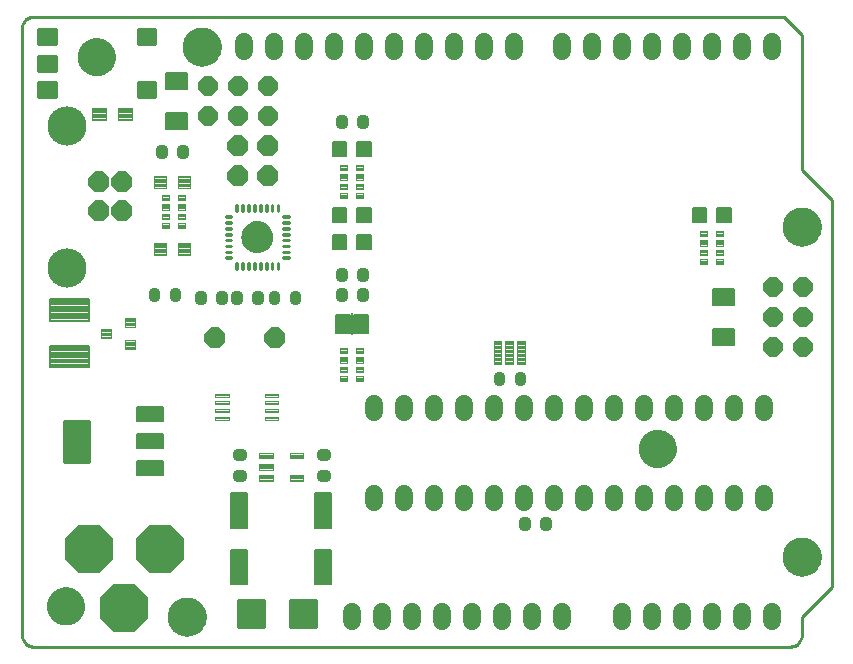
<source format=gts>
G75*
%MOIN*%
%OFA0B0*%
%FSLAX24Y24*%
%IPPOS*%
%LPD*%
%AMOC8*
5,1,8,0,0,1.08239X$1,22.5*
%
%ADD10C,0.0100*%
%ADD11C,0.0000*%
%ADD12C,0.1300*%
%ADD13C,0.0600*%
%ADD14OC8,0.0650*%
%ADD15C,0.0311*%
%ADD16C,0.0059*%
%ADD17C,0.0051*%
%ADD18C,0.0098*%
%ADD19OC8,0.1615*%
%ADD20C,0.0808*%
%ADD21C,0.0860*%
%ADD22C,0.0440*%
%ADD23OC8,0.0700*%
%ADD24C,0.1306*%
%ADD25C,0.0052*%
%ADD26C,0.0091*%
%ADD27C,0.0079*%
%ADD28C,0.0044*%
%ADD29C,0.0104*%
%ADD30C,0.0050*%
%ADD31C,0.0043*%
%ADD32R,0.0060X0.0720*%
%ADD33C,0.0043*%
%ADD34C,0.0047*%
%ADD35C,0.0089*%
%ADD36C,0.0045*%
%ADD37C,0.0043*%
D10*
X008844Y009700D02*
X034056Y009700D01*
X034095Y009702D01*
X034133Y009708D01*
X034170Y009717D01*
X034207Y009730D01*
X034242Y009747D01*
X034275Y009766D01*
X034306Y009789D01*
X034335Y009815D01*
X034361Y009844D01*
X034384Y009875D01*
X034403Y009908D01*
X034420Y009943D01*
X034433Y009980D01*
X034442Y010017D01*
X034448Y010055D01*
X034450Y010094D01*
X034450Y010700D01*
X035450Y011700D01*
X035450Y024600D01*
X034450Y025600D01*
X034450Y030100D01*
X033850Y030700D01*
X008844Y030700D01*
X008805Y030698D01*
X008767Y030692D01*
X008730Y030683D01*
X008693Y030670D01*
X008658Y030653D01*
X008625Y030634D01*
X008594Y030611D01*
X008565Y030585D01*
X008539Y030556D01*
X008516Y030525D01*
X008497Y030492D01*
X008480Y030457D01*
X008467Y030420D01*
X008458Y030383D01*
X008452Y030345D01*
X008450Y030306D01*
X008450Y010094D01*
X008452Y010055D01*
X008458Y010017D01*
X008467Y009980D01*
X008480Y009943D01*
X008497Y009908D01*
X008516Y009875D01*
X008539Y009844D01*
X008565Y009815D01*
X008594Y009789D01*
X008625Y009766D01*
X008658Y009747D01*
X008693Y009730D01*
X008730Y009717D01*
X008767Y009708D01*
X008805Y009702D01*
X008844Y009700D01*
D11*
X013320Y010700D02*
X013322Y010750D01*
X013328Y010800D01*
X013338Y010849D01*
X013352Y010897D01*
X013369Y010944D01*
X013390Y010989D01*
X013415Y011033D01*
X013443Y011074D01*
X013475Y011113D01*
X013509Y011150D01*
X013546Y011184D01*
X013586Y011214D01*
X013628Y011241D01*
X013672Y011265D01*
X013718Y011286D01*
X013765Y011302D01*
X013813Y011315D01*
X013863Y011324D01*
X013912Y011329D01*
X013963Y011330D01*
X014013Y011327D01*
X014062Y011320D01*
X014111Y011309D01*
X014159Y011294D01*
X014205Y011276D01*
X014250Y011254D01*
X014293Y011228D01*
X014334Y011199D01*
X014373Y011167D01*
X014409Y011132D01*
X014441Y011094D01*
X014471Y011054D01*
X014498Y011011D01*
X014521Y010967D01*
X014540Y010921D01*
X014556Y010873D01*
X014568Y010824D01*
X014576Y010775D01*
X014580Y010725D01*
X014580Y010675D01*
X014576Y010625D01*
X014568Y010576D01*
X014556Y010527D01*
X014540Y010479D01*
X014521Y010433D01*
X014498Y010389D01*
X014471Y010346D01*
X014441Y010306D01*
X014409Y010268D01*
X014373Y010233D01*
X014334Y010201D01*
X014293Y010172D01*
X014250Y010146D01*
X014205Y010124D01*
X014159Y010106D01*
X014111Y010091D01*
X014062Y010080D01*
X014013Y010073D01*
X013963Y010070D01*
X013912Y010071D01*
X013863Y010076D01*
X013813Y010085D01*
X013765Y010098D01*
X013718Y010114D01*
X013672Y010135D01*
X013628Y010159D01*
X013586Y010186D01*
X013546Y010216D01*
X013509Y010250D01*
X013475Y010287D01*
X013443Y010326D01*
X013415Y010367D01*
X013390Y010411D01*
X013369Y010456D01*
X013352Y010503D01*
X013338Y010551D01*
X013328Y010600D01*
X013322Y010650D01*
X013320Y010700D01*
X033820Y012700D02*
X033822Y012750D01*
X033828Y012800D01*
X033838Y012849D01*
X033852Y012897D01*
X033869Y012944D01*
X033890Y012989D01*
X033915Y013033D01*
X033943Y013074D01*
X033975Y013113D01*
X034009Y013150D01*
X034046Y013184D01*
X034086Y013214D01*
X034128Y013241D01*
X034172Y013265D01*
X034218Y013286D01*
X034265Y013302D01*
X034313Y013315D01*
X034363Y013324D01*
X034412Y013329D01*
X034463Y013330D01*
X034513Y013327D01*
X034562Y013320D01*
X034611Y013309D01*
X034659Y013294D01*
X034705Y013276D01*
X034750Y013254D01*
X034793Y013228D01*
X034834Y013199D01*
X034873Y013167D01*
X034909Y013132D01*
X034941Y013094D01*
X034971Y013054D01*
X034998Y013011D01*
X035021Y012967D01*
X035040Y012921D01*
X035056Y012873D01*
X035068Y012824D01*
X035076Y012775D01*
X035080Y012725D01*
X035080Y012675D01*
X035076Y012625D01*
X035068Y012576D01*
X035056Y012527D01*
X035040Y012479D01*
X035021Y012433D01*
X034998Y012389D01*
X034971Y012346D01*
X034941Y012306D01*
X034909Y012268D01*
X034873Y012233D01*
X034834Y012201D01*
X034793Y012172D01*
X034750Y012146D01*
X034705Y012124D01*
X034659Y012106D01*
X034611Y012091D01*
X034562Y012080D01*
X034513Y012073D01*
X034463Y012070D01*
X034412Y012071D01*
X034363Y012076D01*
X034313Y012085D01*
X034265Y012098D01*
X034218Y012114D01*
X034172Y012135D01*
X034128Y012159D01*
X034086Y012186D01*
X034046Y012216D01*
X034009Y012250D01*
X033975Y012287D01*
X033943Y012326D01*
X033915Y012367D01*
X033890Y012411D01*
X033869Y012456D01*
X033852Y012503D01*
X033838Y012551D01*
X033828Y012600D01*
X033822Y012650D01*
X033820Y012700D01*
X033820Y023700D02*
X033822Y023750D01*
X033828Y023800D01*
X033838Y023849D01*
X033852Y023897D01*
X033869Y023944D01*
X033890Y023989D01*
X033915Y024033D01*
X033943Y024074D01*
X033975Y024113D01*
X034009Y024150D01*
X034046Y024184D01*
X034086Y024214D01*
X034128Y024241D01*
X034172Y024265D01*
X034218Y024286D01*
X034265Y024302D01*
X034313Y024315D01*
X034363Y024324D01*
X034412Y024329D01*
X034463Y024330D01*
X034513Y024327D01*
X034562Y024320D01*
X034611Y024309D01*
X034659Y024294D01*
X034705Y024276D01*
X034750Y024254D01*
X034793Y024228D01*
X034834Y024199D01*
X034873Y024167D01*
X034909Y024132D01*
X034941Y024094D01*
X034971Y024054D01*
X034998Y024011D01*
X035021Y023967D01*
X035040Y023921D01*
X035056Y023873D01*
X035068Y023824D01*
X035076Y023775D01*
X035080Y023725D01*
X035080Y023675D01*
X035076Y023625D01*
X035068Y023576D01*
X035056Y023527D01*
X035040Y023479D01*
X035021Y023433D01*
X034998Y023389D01*
X034971Y023346D01*
X034941Y023306D01*
X034909Y023268D01*
X034873Y023233D01*
X034834Y023201D01*
X034793Y023172D01*
X034750Y023146D01*
X034705Y023124D01*
X034659Y023106D01*
X034611Y023091D01*
X034562Y023080D01*
X034513Y023073D01*
X034463Y023070D01*
X034412Y023071D01*
X034363Y023076D01*
X034313Y023085D01*
X034265Y023098D01*
X034218Y023114D01*
X034172Y023135D01*
X034128Y023159D01*
X034086Y023186D01*
X034046Y023216D01*
X034009Y023250D01*
X033975Y023287D01*
X033943Y023326D01*
X033915Y023367D01*
X033890Y023411D01*
X033869Y023456D01*
X033852Y023503D01*
X033838Y023551D01*
X033828Y023600D01*
X033822Y023650D01*
X033820Y023700D01*
X013820Y029700D02*
X013822Y029750D01*
X013828Y029800D01*
X013838Y029849D01*
X013852Y029897D01*
X013869Y029944D01*
X013890Y029989D01*
X013915Y030033D01*
X013943Y030074D01*
X013975Y030113D01*
X014009Y030150D01*
X014046Y030184D01*
X014086Y030214D01*
X014128Y030241D01*
X014172Y030265D01*
X014218Y030286D01*
X014265Y030302D01*
X014313Y030315D01*
X014363Y030324D01*
X014412Y030329D01*
X014463Y030330D01*
X014513Y030327D01*
X014562Y030320D01*
X014611Y030309D01*
X014659Y030294D01*
X014705Y030276D01*
X014750Y030254D01*
X014793Y030228D01*
X014834Y030199D01*
X014873Y030167D01*
X014909Y030132D01*
X014941Y030094D01*
X014971Y030054D01*
X014998Y030011D01*
X015021Y029967D01*
X015040Y029921D01*
X015056Y029873D01*
X015068Y029824D01*
X015076Y029775D01*
X015080Y029725D01*
X015080Y029675D01*
X015076Y029625D01*
X015068Y029576D01*
X015056Y029527D01*
X015040Y029479D01*
X015021Y029433D01*
X014998Y029389D01*
X014971Y029346D01*
X014941Y029306D01*
X014909Y029268D01*
X014873Y029233D01*
X014834Y029201D01*
X014793Y029172D01*
X014750Y029146D01*
X014705Y029124D01*
X014659Y029106D01*
X014611Y029091D01*
X014562Y029080D01*
X014513Y029073D01*
X014463Y029070D01*
X014412Y029071D01*
X014363Y029076D01*
X014313Y029085D01*
X014265Y029098D01*
X014218Y029114D01*
X014172Y029135D01*
X014128Y029159D01*
X014086Y029186D01*
X014046Y029216D01*
X014009Y029250D01*
X013975Y029287D01*
X013943Y029326D01*
X013915Y029367D01*
X013890Y029411D01*
X013869Y029456D01*
X013852Y029503D01*
X013838Y029551D01*
X013828Y029600D01*
X013822Y029650D01*
X013820Y029700D01*
D12*
X014450Y029700D03*
X034450Y023700D03*
X034450Y012700D03*
X013950Y010700D03*
D13*
X019450Y010560D02*
X019450Y010840D01*
X020450Y010840D02*
X020450Y010560D01*
X021450Y010560D02*
X021450Y010840D01*
X022450Y010840D02*
X022450Y010560D01*
X023450Y010560D02*
X023450Y010840D01*
X024450Y010840D02*
X024450Y010560D01*
X025450Y010560D02*
X025450Y010840D01*
X026450Y010840D02*
X026450Y010560D01*
X028450Y010560D02*
X028450Y010840D01*
X029450Y010840D02*
X029450Y010560D01*
X030450Y010560D02*
X030450Y010840D01*
X031450Y010840D02*
X031450Y010560D01*
X032450Y010560D02*
X032450Y010840D01*
X033450Y010840D02*
X033450Y010560D01*
X033200Y014510D02*
X033200Y014790D01*
X032200Y014790D02*
X032200Y014510D01*
X031200Y014510D02*
X031200Y014790D01*
X030200Y014790D02*
X030200Y014510D01*
X029200Y014510D02*
X029200Y014790D01*
X028200Y014790D02*
X028200Y014510D01*
X027200Y014510D02*
X027200Y014790D01*
X026200Y014790D02*
X026200Y014510D01*
X025200Y014510D02*
X025200Y014790D01*
X024200Y014790D02*
X024200Y014510D01*
X023200Y014510D02*
X023200Y014790D01*
X022200Y014790D02*
X022200Y014510D01*
X021200Y014510D02*
X021200Y014790D01*
X020200Y014790D02*
X020200Y014510D01*
X020200Y017510D02*
X020200Y017790D01*
X021200Y017790D02*
X021200Y017510D01*
X022200Y017510D02*
X022200Y017790D01*
X023200Y017790D02*
X023200Y017510D01*
X024200Y017510D02*
X024200Y017790D01*
X025200Y017790D02*
X025200Y017510D01*
X026200Y017510D02*
X026200Y017790D01*
X027200Y017790D02*
X027200Y017510D01*
X028200Y017510D02*
X028200Y017790D01*
X029200Y017790D02*
X029200Y017510D01*
X030200Y017510D02*
X030200Y017790D01*
X031200Y017790D02*
X031200Y017510D01*
X032200Y017510D02*
X032200Y017790D01*
X033200Y017790D02*
X033200Y017510D01*
X033450Y029560D02*
X033450Y029840D01*
X032450Y029840D02*
X032450Y029560D01*
X031450Y029560D02*
X031450Y029840D01*
X030450Y029840D02*
X030450Y029560D01*
X029450Y029560D02*
X029450Y029840D01*
X028450Y029840D02*
X028450Y029560D01*
X027450Y029560D02*
X027450Y029840D01*
X026450Y029840D02*
X026450Y029560D01*
X024850Y029560D02*
X024850Y029840D01*
X023850Y029840D02*
X023850Y029560D01*
X022850Y029560D02*
X022850Y029840D01*
X021850Y029840D02*
X021850Y029560D01*
X020850Y029560D02*
X020850Y029840D01*
X019850Y029840D02*
X019850Y029560D01*
X018850Y029560D02*
X018850Y029840D01*
X017850Y029840D02*
X017850Y029560D01*
X016850Y029560D02*
X016850Y029840D01*
X015850Y029840D02*
X015850Y029560D01*
D14*
X015650Y028400D03*
X016650Y028400D03*
X016650Y027400D03*
X015650Y027400D03*
X014650Y027400D03*
X014650Y028400D03*
X033500Y021700D03*
X034500Y021700D03*
X034500Y020700D03*
X033500Y020700D03*
X033500Y019700D03*
X034500Y019700D03*
D15*
X025089Y018729D02*
X025011Y018729D01*
X025089Y018729D02*
X025089Y018571D01*
X025011Y018571D01*
X025011Y018729D01*
X024389Y018729D02*
X024311Y018729D01*
X024389Y018729D02*
X024389Y018571D01*
X024311Y018571D01*
X024311Y018729D01*
X019839Y021371D02*
X019839Y021529D01*
X019839Y021371D02*
X019761Y021371D01*
X019761Y021529D01*
X019839Y021529D01*
X019839Y022021D02*
X019839Y022179D01*
X019839Y022021D02*
X019761Y022021D01*
X019761Y022179D01*
X019839Y022179D01*
X019139Y022179D02*
X019139Y022021D01*
X019061Y022021D01*
X019061Y022179D01*
X019139Y022179D01*
X019139Y021529D02*
X019139Y021371D01*
X019061Y021371D01*
X019061Y021529D01*
X019139Y021529D01*
X017589Y021429D02*
X017589Y021271D01*
X017511Y021271D01*
X017511Y021429D01*
X017589Y021429D01*
X016889Y021429D02*
X016889Y021271D01*
X016811Y021271D01*
X016811Y021429D01*
X016889Y021429D01*
X016339Y021271D02*
X016261Y021271D01*
X016261Y021429D01*
X016339Y021429D01*
X016339Y021271D01*
X015639Y021271D02*
X015561Y021271D01*
X015561Y021429D01*
X015639Y021429D01*
X015639Y021271D01*
X015061Y021271D02*
X015061Y021429D01*
X015139Y021429D01*
X015139Y021271D01*
X015061Y021271D01*
X014361Y021271D02*
X014361Y021429D01*
X014439Y021429D01*
X014439Y021271D01*
X014361Y021271D01*
X013511Y021371D02*
X013511Y021529D01*
X013589Y021529D01*
X013589Y021371D01*
X013511Y021371D01*
X012811Y021371D02*
X012811Y021529D01*
X012889Y021529D01*
X012889Y021371D01*
X012811Y021371D01*
X013061Y026121D02*
X013061Y026279D01*
X013139Y026279D01*
X013139Y026121D01*
X013061Y026121D01*
X013761Y026121D02*
X013761Y026279D01*
X013839Y026279D01*
X013839Y026121D01*
X013761Y026121D01*
X019061Y027121D02*
X019061Y027279D01*
X019139Y027279D01*
X019139Y027121D01*
X019061Y027121D01*
X019761Y027121D02*
X019761Y027279D01*
X019839Y027279D01*
X019839Y027121D01*
X019761Y027121D01*
X018579Y016139D02*
X018421Y016139D01*
X018579Y016139D02*
X018579Y016061D01*
X018421Y016061D01*
X018421Y016139D01*
X018421Y015439D02*
X018579Y015439D01*
X018579Y015361D01*
X018421Y015361D01*
X018421Y015439D01*
X015779Y015361D02*
X015621Y015361D01*
X015621Y015439D01*
X015779Y015439D01*
X015779Y015361D01*
X015779Y016061D02*
X015621Y016061D01*
X015621Y016139D01*
X015779Y016139D01*
X015779Y016061D01*
X025161Y013879D02*
X025161Y013721D01*
X025161Y013879D02*
X025239Y013879D01*
X025239Y013721D01*
X025161Y013721D01*
X025861Y013721D02*
X025861Y013879D01*
X025939Y013879D01*
X025939Y013721D01*
X025861Y013721D01*
D16*
X018766Y013664D02*
X018766Y014826D01*
X018766Y013664D02*
X018234Y013664D01*
X018234Y014826D01*
X018766Y014826D01*
X018766Y013722D02*
X018234Y013722D01*
X018234Y013780D02*
X018766Y013780D01*
X018766Y013838D02*
X018234Y013838D01*
X018234Y013896D02*
X018766Y013896D01*
X018766Y013954D02*
X018234Y013954D01*
X018234Y014012D02*
X018766Y014012D01*
X018766Y014070D02*
X018234Y014070D01*
X018234Y014128D02*
X018766Y014128D01*
X018766Y014186D02*
X018234Y014186D01*
X018234Y014244D02*
X018766Y014244D01*
X018766Y014302D02*
X018234Y014302D01*
X018234Y014360D02*
X018766Y014360D01*
X018766Y014418D02*
X018234Y014418D01*
X018234Y014476D02*
X018766Y014476D01*
X018766Y014534D02*
X018234Y014534D01*
X018234Y014592D02*
X018766Y014592D01*
X018766Y014650D02*
X018234Y014650D01*
X018234Y014708D02*
X018766Y014708D01*
X018766Y014766D02*
X018234Y014766D01*
X018234Y014824D02*
X018766Y014824D01*
X015966Y014826D02*
X015966Y013664D01*
X015434Y013664D01*
X015434Y014826D01*
X015966Y014826D01*
X015966Y013722D02*
X015434Y013722D01*
X015434Y013780D02*
X015966Y013780D01*
X015966Y013838D02*
X015434Y013838D01*
X015434Y013896D02*
X015966Y013896D01*
X015966Y013954D02*
X015434Y013954D01*
X015434Y014012D02*
X015966Y014012D01*
X015966Y014070D02*
X015434Y014070D01*
X015434Y014128D02*
X015966Y014128D01*
X015966Y014186D02*
X015434Y014186D01*
X015434Y014244D02*
X015966Y014244D01*
X015966Y014302D02*
X015434Y014302D01*
X015434Y014360D02*
X015966Y014360D01*
X015966Y014418D02*
X015434Y014418D01*
X015434Y014476D02*
X015966Y014476D01*
X015966Y014534D02*
X015434Y014534D01*
X015434Y014592D02*
X015966Y014592D01*
X015966Y014650D02*
X015434Y014650D01*
X015434Y014708D02*
X015966Y014708D01*
X015966Y014766D02*
X015434Y014766D01*
X015434Y014824D02*
X015966Y014824D01*
X015966Y012936D02*
X015966Y011774D01*
X015434Y011774D01*
X015434Y012936D01*
X015966Y012936D01*
X015966Y011832D02*
X015434Y011832D01*
X015434Y011890D02*
X015966Y011890D01*
X015966Y011948D02*
X015434Y011948D01*
X015434Y012006D02*
X015966Y012006D01*
X015966Y012064D02*
X015434Y012064D01*
X015434Y012122D02*
X015966Y012122D01*
X015966Y012180D02*
X015434Y012180D01*
X015434Y012238D02*
X015966Y012238D01*
X015966Y012296D02*
X015434Y012296D01*
X015434Y012354D02*
X015966Y012354D01*
X015966Y012412D02*
X015434Y012412D01*
X015434Y012470D02*
X015966Y012470D01*
X015966Y012528D02*
X015434Y012528D01*
X015434Y012586D02*
X015966Y012586D01*
X015966Y012644D02*
X015434Y012644D01*
X015434Y012702D02*
X015966Y012702D01*
X015966Y012760D02*
X015434Y012760D01*
X015434Y012818D02*
X015966Y012818D01*
X015966Y012876D02*
X015434Y012876D01*
X015434Y012934D02*
X015966Y012934D01*
X018766Y012936D02*
X018766Y011774D01*
X018234Y011774D01*
X018234Y012936D01*
X018766Y012936D01*
X018766Y011832D02*
X018234Y011832D01*
X018234Y011890D02*
X018766Y011890D01*
X018766Y011948D02*
X018234Y011948D01*
X018234Y012006D02*
X018766Y012006D01*
X018766Y012064D02*
X018234Y012064D01*
X018234Y012122D02*
X018766Y012122D01*
X018766Y012180D02*
X018234Y012180D01*
X018234Y012238D02*
X018766Y012238D01*
X018766Y012296D02*
X018234Y012296D01*
X018234Y012354D02*
X018766Y012354D01*
X018766Y012412D02*
X018234Y012412D01*
X018234Y012470D02*
X018766Y012470D01*
X018766Y012528D02*
X018234Y012528D01*
X018234Y012586D02*
X018766Y012586D01*
X018766Y012644D02*
X018234Y012644D01*
X018234Y012702D02*
X018766Y012702D01*
X018766Y012760D02*
X018234Y012760D01*
X018234Y012818D02*
X018766Y012818D01*
X018766Y012876D02*
X018234Y012876D01*
X018234Y012934D02*
X018766Y012934D01*
X031505Y019765D02*
X031505Y020297D01*
X032195Y020297D01*
X032195Y019765D01*
X031505Y019765D01*
X031505Y019823D02*
X032195Y019823D01*
X032195Y019881D02*
X031505Y019881D01*
X031505Y019939D02*
X032195Y019939D01*
X032195Y019997D02*
X031505Y019997D01*
X031505Y020055D02*
X032195Y020055D01*
X032195Y020113D02*
X031505Y020113D01*
X031505Y020171D02*
X032195Y020171D01*
X032195Y020229D02*
X031505Y020229D01*
X031505Y020287D02*
X032195Y020287D01*
X031505Y021103D02*
X031505Y021635D01*
X032195Y021635D01*
X032195Y021103D01*
X031505Y021103D01*
X031505Y021161D02*
X032195Y021161D01*
X032195Y021219D02*
X031505Y021219D01*
X031505Y021277D02*
X032195Y021277D01*
X032195Y021335D02*
X031505Y021335D01*
X031505Y021393D02*
X032195Y021393D01*
X032195Y021451D02*
X031505Y021451D01*
X031505Y021509D02*
X032195Y021509D01*
X032195Y021567D02*
X031505Y021567D01*
X031505Y021625D02*
X032195Y021625D01*
X013945Y026965D02*
X013945Y027497D01*
X013945Y026965D02*
X013255Y026965D01*
X013255Y027497D01*
X013945Y027497D01*
X013945Y027023D02*
X013255Y027023D01*
X013255Y027081D02*
X013945Y027081D01*
X013945Y027139D02*
X013255Y027139D01*
X013255Y027197D02*
X013945Y027197D01*
X013945Y027255D02*
X013255Y027255D01*
X013255Y027313D02*
X013945Y027313D01*
X013945Y027371D02*
X013255Y027371D01*
X013255Y027429D02*
X013945Y027429D01*
X013945Y027487D02*
X013255Y027487D01*
X013945Y028303D02*
X013945Y028835D01*
X013945Y028303D02*
X013255Y028303D01*
X013255Y028835D01*
X013945Y028835D01*
X013945Y028361D02*
X013255Y028361D01*
X013255Y028419D02*
X013945Y028419D01*
X013945Y028477D02*
X013255Y028477D01*
X013255Y028535D02*
X013945Y028535D01*
X013945Y028593D02*
X013255Y028593D01*
X013255Y028651D02*
X013945Y028651D01*
X013945Y028709D02*
X013255Y028709D01*
X013255Y028767D02*
X013945Y028767D01*
X013945Y028825D02*
X013255Y028825D01*
D17*
X018806Y026531D02*
X018806Y026069D01*
X018806Y026531D02*
X019268Y026531D01*
X019268Y026069D01*
X018806Y026069D01*
X018806Y026119D02*
X019268Y026119D01*
X019268Y026169D02*
X018806Y026169D01*
X018806Y026219D02*
X019268Y026219D01*
X019268Y026269D02*
X018806Y026269D01*
X018806Y026319D02*
X019268Y026319D01*
X019268Y026369D02*
X018806Y026369D01*
X018806Y026419D02*
X019268Y026419D01*
X019268Y026469D02*
X018806Y026469D01*
X018806Y026519D02*
X019268Y026519D01*
X019632Y026531D02*
X019632Y026069D01*
X019632Y026531D02*
X020094Y026531D01*
X020094Y026069D01*
X019632Y026069D01*
X019632Y026119D02*
X020094Y026119D01*
X020094Y026169D02*
X019632Y026169D01*
X019632Y026219D02*
X020094Y026219D01*
X020094Y026269D02*
X019632Y026269D01*
X019632Y026319D02*
X020094Y026319D01*
X020094Y026369D02*
X019632Y026369D01*
X019632Y026419D02*
X020094Y026419D01*
X020094Y026469D02*
X019632Y026469D01*
X019632Y026519D02*
X020094Y026519D01*
X020094Y024331D02*
X020094Y023869D01*
X019632Y023869D01*
X019632Y024331D01*
X020094Y024331D01*
X020094Y023919D02*
X019632Y023919D01*
X019632Y023969D02*
X020094Y023969D01*
X020094Y024019D02*
X019632Y024019D01*
X019632Y024069D02*
X020094Y024069D01*
X020094Y024119D02*
X019632Y024119D01*
X019632Y024169D02*
X020094Y024169D01*
X020094Y024219D02*
X019632Y024219D01*
X019632Y024269D02*
X020094Y024269D01*
X020094Y024319D02*
X019632Y024319D01*
X019268Y024331D02*
X019268Y023869D01*
X018806Y023869D01*
X018806Y024331D01*
X019268Y024331D01*
X019268Y023919D02*
X018806Y023919D01*
X018806Y023969D02*
X019268Y023969D01*
X019268Y024019D02*
X018806Y024019D01*
X018806Y024069D02*
X019268Y024069D01*
X019268Y024119D02*
X018806Y024119D01*
X018806Y024169D02*
X019268Y024169D01*
X019268Y024219D02*
X018806Y024219D01*
X018806Y024269D02*
X019268Y024269D01*
X019268Y024319D02*
X018806Y024319D01*
X019268Y023431D02*
X019268Y022969D01*
X018806Y022969D01*
X018806Y023431D01*
X019268Y023431D01*
X019268Y023019D02*
X018806Y023019D01*
X018806Y023069D02*
X019268Y023069D01*
X019268Y023119D02*
X018806Y023119D01*
X018806Y023169D02*
X019268Y023169D01*
X019268Y023219D02*
X018806Y023219D01*
X018806Y023269D02*
X019268Y023269D01*
X019268Y023319D02*
X018806Y023319D01*
X018806Y023369D02*
X019268Y023369D01*
X019268Y023419D02*
X018806Y023419D01*
X020094Y023431D02*
X020094Y022969D01*
X019632Y022969D01*
X019632Y023431D01*
X020094Y023431D01*
X020094Y023019D02*
X019632Y023019D01*
X019632Y023069D02*
X020094Y023069D01*
X020094Y023119D02*
X019632Y023119D01*
X019632Y023169D02*
X020094Y023169D01*
X020094Y023219D02*
X019632Y023219D01*
X019632Y023269D02*
X020094Y023269D01*
X020094Y023319D02*
X019632Y023319D01*
X019632Y023369D02*
X020094Y023369D01*
X020094Y023419D02*
X019632Y023419D01*
X030806Y023869D02*
X030806Y024331D01*
X031268Y024331D01*
X031268Y023869D01*
X030806Y023869D01*
X030806Y023919D02*
X031268Y023919D01*
X031268Y023969D02*
X030806Y023969D01*
X030806Y024019D02*
X031268Y024019D01*
X031268Y024069D02*
X030806Y024069D01*
X030806Y024119D02*
X031268Y024119D01*
X031268Y024169D02*
X030806Y024169D01*
X030806Y024219D02*
X031268Y024219D01*
X031268Y024269D02*
X030806Y024269D01*
X030806Y024319D02*
X031268Y024319D01*
X031632Y024331D02*
X031632Y023869D01*
X031632Y024331D02*
X032094Y024331D01*
X032094Y023869D01*
X031632Y023869D01*
X031632Y023919D02*
X032094Y023919D01*
X032094Y023969D02*
X031632Y023969D01*
X031632Y024019D02*
X032094Y024019D01*
X032094Y024069D02*
X031632Y024069D01*
X031632Y024119D02*
X032094Y024119D01*
X032094Y024169D02*
X031632Y024169D01*
X031632Y024219D02*
X032094Y024219D01*
X032094Y024269D02*
X031632Y024269D01*
X031632Y024319D02*
X032094Y024319D01*
D18*
X018259Y011243D02*
X017373Y011243D01*
X018259Y011243D02*
X018259Y010357D01*
X017373Y010357D01*
X017373Y011243D01*
X017373Y010454D02*
X018259Y010454D01*
X018259Y010551D02*
X017373Y010551D01*
X017373Y010648D02*
X018259Y010648D01*
X018259Y010745D02*
X017373Y010745D01*
X017373Y010842D02*
X018259Y010842D01*
X018259Y010939D02*
X017373Y010939D01*
X017373Y011036D02*
X018259Y011036D01*
X018259Y011133D02*
X017373Y011133D01*
X017373Y011230D02*
X018259Y011230D01*
X016527Y011243D02*
X015641Y011243D01*
X016527Y011243D02*
X016527Y010357D01*
X015641Y010357D01*
X015641Y011243D01*
X015641Y010454D02*
X016527Y010454D01*
X016527Y010551D02*
X015641Y010551D01*
X015641Y010648D02*
X016527Y010648D01*
X016527Y010745D02*
X015641Y010745D01*
X015641Y010842D02*
X016527Y010842D01*
X016527Y010939D02*
X015641Y010939D01*
X015641Y011036D02*
X016527Y011036D01*
X016527Y011133D02*
X015641Y011133D01*
X015641Y011230D02*
X016527Y011230D01*
D19*
X013050Y012970D03*
X010690Y012970D03*
X011870Y011000D03*
D20*
X011570Y011000D03*
X012170Y011000D03*
X013050Y012670D03*
X013050Y013270D03*
X010690Y013270D03*
X010690Y012670D03*
D21*
X009722Y011043D02*
X009724Y011070D01*
X009730Y011097D01*
X009739Y011123D01*
X009752Y011147D01*
X009768Y011170D01*
X009787Y011189D01*
X009809Y011206D01*
X009833Y011220D01*
X009858Y011230D01*
X009885Y011237D01*
X009912Y011240D01*
X009940Y011239D01*
X009967Y011234D01*
X009993Y011226D01*
X010017Y011214D01*
X010040Y011198D01*
X010061Y011180D01*
X010078Y011159D01*
X010093Y011135D01*
X010104Y011110D01*
X010112Y011084D01*
X010116Y011057D01*
X010116Y011029D01*
X010112Y011002D01*
X010104Y010976D01*
X010093Y010951D01*
X010078Y010927D01*
X010061Y010906D01*
X010040Y010888D01*
X010018Y010872D01*
X009993Y010860D01*
X009967Y010852D01*
X009940Y010847D01*
X009912Y010846D01*
X009885Y010849D01*
X009858Y010856D01*
X009833Y010866D01*
X009809Y010880D01*
X009787Y010897D01*
X009768Y010916D01*
X009752Y010939D01*
X009739Y010963D01*
X009730Y010989D01*
X009724Y011016D01*
X009722Y011043D01*
X029450Y016291D02*
X029452Y016318D01*
X029458Y016345D01*
X029467Y016371D01*
X029480Y016395D01*
X029496Y016418D01*
X029515Y016437D01*
X029537Y016454D01*
X029561Y016468D01*
X029586Y016478D01*
X029613Y016485D01*
X029640Y016488D01*
X029668Y016487D01*
X029695Y016482D01*
X029721Y016474D01*
X029745Y016462D01*
X029768Y016446D01*
X029789Y016428D01*
X029806Y016407D01*
X029821Y016383D01*
X029832Y016358D01*
X029840Y016332D01*
X029844Y016305D01*
X029844Y016277D01*
X029840Y016250D01*
X029832Y016224D01*
X029821Y016199D01*
X029806Y016175D01*
X029789Y016154D01*
X029768Y016136D01*
X029746Y016120D01*
X029721Y016108D01*
X029695Y016100D01*
X029668Y016095D01*
X029640Y016094D01*
X029613Y016097D01*
X029586Y016104D01*
X029561Y016114D01*
X029537Y016128D01*
X029515Y016145D01*
X029496Y016164D01*
X029480Y016187D01*
X029467Y016211D01*
X029458Y016237D01*
X029452Y016264D01*
X029450Y016291D01*
X010753Y029350D02*
X010755Y029377D01*
X010761Y029404D01*
X010770Y029430D01*
X010783Y029454D01*
X010799Y029477D01*
X010818Y029496D01*
X010840Y029513D01*
X010864Y029527D01*
X010889Y029537D01*
X010916Y029544D01*
X010943Y029547D01*
X010971Y029546D01*
X010998Y029541D01*
X011024Y029533D01*
X011048Y029521D01*
X011071Y029505D01*
X011092Y029487D01*
X011109Y029466D01*
X011124Y029442D01*
X011135Y029417D01*
X011143Y029391D01*
X011147Y029364D01*
X011147Y029336D01*
X011143Y029309D01*
X011135Y029283D01*
X011124Y029258D01*
X011109Y029234D01*
X011092Y029213D01*
X011071Y029195D01*
X011049Y029179D01*
X011024Y029167D01*
X010998Y029159D01*
X010971Y029154D01*
X010943Y029153D01*
X010916Y029156D01*
X010889Y029163D01*
X010864Y029173D01*
X010840Y029187D01*
X010818Y029204D01*
X010799Y029223D01*
X010783Y029246D01*
X010770Y029270D01*
X010761Y029296D01*
X010755Y029323D01*
X010753Y029350D01*
D22*
X010950Y029350D03*
X029647Y016291D03*
X009919Y011043D03*
D23*
X014900Y020000D03*
X016900Y020000D03*
X011804Y024208D03*
X011017Y024208D03*
X011017Y025192D03*
X011804Y025192D03*
X015650Y025400D03*
X016650Y025400D03*
X016650Y026400D03*
X015650Y026400D03*
D24*
X009950Y027062D03*
X009950Y022338D03*
D25*
X013154Y017694D02*
X013154Y017226D01*
X012286Y017226D01*
X012286Y017694D01*
X013154Y017694D01*
X013154Y017277D02*
X012286Y017277D01*
X012286Y017328D02*
X013154Y017328D01*
X013154Y017379D02*
X012286Y017379D01*
X012286Y017430D02*
X013154Y017430D01*
X013154Y017481D02*
X012286Y017481D01*
X012286Y017532D02*
X013154Y017532D01*
X013154Y017583D02*
X012286Y017583D01*
X012286Y017634D02*
X013154Y017634D01*
X013154Y017685D02*
X012286Y017685D01*
X013154Y016784D02*
X013154Y016316D01*
X012286Y016316D01*
X012286Y016784D01*
X013154Y016784D01*
X013154Y016367D02*
X012286Y016367D01*
X012286Y016418D02*
X013154Y016418D01*
X013154Y016469D02*
X012286Y016469D01*
X012286Y016520D02*
X013154Y016520D01*
X013154Y016571D02*
X012286Y016571D01*
X012286Y016622D02*
X013154Y016622D01*
X013154Y016673D02*
X012286Y016673D01*
X012286Y016724D02*
X013154Y016724D01*
X013154Y016775D02*
X012286Y016775D01*
X013154Y015874D02*
X013154Y015406D01*
X012286Y015406D01*
X012286Y015874D01*
X013154Y015874D01*
X013154Y015457D02*
X012286Y015457D01*
X012286Y015508D02*
X013154Y015508D01*
X013154Y015559D02*
X012286Y015559D01*
X012286Y015610D02*
X013154Y015610D01*
X013154Y015661D02*
X012286Y015661D01*
X012286Y015712D02*
X013154Y015712D01*
X013154Y015763D02*
X012286Y015763D01*
X012286Y015814D02*
X013154Y015814D01*
X013154Y015865D02*
X012286Y015865D01*
D26*
X010688Y015867D02*
X010688Y017233D01*
X010688Y015867D02*
X009872Y015867D01*
X009872Y017233D01*
X010688Y017233D01*
X010688Y015957D02*
X009872Y015957D01*
X009872Y016047D02*
X010688Y016047D01*
X010688Y016137D02*
X009872Y016137D01*
X009872Y016227D02*
X010688Y016227D01*
X010688Y016317D02*
X009872Y016317D01*
X009872Y016407D02*
X010688Y016407D01*
X010688Y016497D02*
X009872Y016497D01*
X009872Y016587D02*
X010688Y016587D01*
X010688Y016677D02*
X009872Y016677D01*
X009872Y016767D02*
X010688Y016767D01*
X010688Y016857D02*
X009872Y016857D01*
X009872Y016947D02*
X010688Y016947D01*
X010688Y017037D02*
X009872Y017037D01*
X009872Y017127D02*
X010688Y017127D01*
X010688Y017217D02*
X009872Y017217D01*
D27*
X010700Y019027D02*
X010700Y019737D01*
X010700Y019027D02*
X009400Y019027D01*
X009400Y019737D01*
X010700Y019737D01*
X010700Y019105D02*
X009400Y019105D01*
X009400Y019183D02*
X010700Y019183D01*
X010700Y019261D02*
X009400Y019261D01*
X009400Y019339D02*
X010700Y019339D01*
X010700Y019417D02*
X009400Y019417D01*
X009400Y019495D02*
X010700Y019495D01*
X010700Y019573D02*
X009400Y019573D01*
X009400Y019651D02*
X010700Y019651D01*
X010700Y019729D02*
X009400Y019729D01*
X010700Y020563D02*
X010700Y021273D01*
X010700Y020563D02*
X009400Y020563D01*
X009400Y021273D01*
X010700Y021273D01*
X010700Y020641D02*
X009400Y020641D01*
X009400Y020719D02*
X010700Y020719D01*
X010700Y020797D02*
X009400Y020797D01*
X009400Y020875D02*
X010700Y020875D01*
X010700Y020953D02*
X009400Y020953D01*
X009400Y021031D02*
X010700Y021031D01*
X010700Y021109D02*
X009400Y021109D01*
X009400Y021187D02*
X010700Y021187D01*
X010700Y021265D02*
X009400Y021265D01*
D28*
X011082Y020288D02*
X011082Y019992D01*
X011082Y020288D02*
X011418Y020288D01*
X011418Y019992D01*
X011082Y019992D01*
X011082Y020035D02*
X011418Y020035D01*
X011418Y020078D02*
X011082Y020078D01*
X011082Y020121D02*
X011418Y020121D01*
X011418Y020164D02*
X011082Y020164D01*
X011082Y020207D02*
X011418Y020207D01*
X011418Y020250D02*
X011082Y020250D01*
X011882Y020372D02*
X011882Y020668D01*
X012218Y020668D01*
X012218Y020372D01*
X011882Y020372D01*
X011882Y020415D02*
X012218Y020415D01*
X012218Y020458D02*
X011882Y020458D01*
X011882Y020501D02*
X012218Y020501D01*
X012218Y020544D02*
X011882Y020544D01*
X011882Y020587D02*
X012218Y020587D01*
X012218Y020630D02*
X011882Y020630D01*
X011882Y019908D02*
X011882Y019612D01*
X011882Y019908D02*
X012218Y019908D01*
X012218Y019612D01*
X011882Y019612D01*
X011882Y019655D02*
X012218Y019655D01*
X012218Y019698D02*
X011882Y019698D01*
X011882Y019741D02*
X012218Y019741D01*
X012218Y019784D02*
X011882Y019784D01*
X011882Y019827D02*
X012218Y019827D01*
X012218Y019870D02*
X011882Y019870D01*
D29*
X015598Y022481D02*
X015624Y022481D01*
X015624Y022289D01*
X015598Y022289D01*
X015598Y022481D01*
X015598Y022392D02*
X015624Y022392D01*
X015795Y022481D02*
X015821Y022481D01*
X015821Y022289D01*
X015795Y022289D01*
X015795Y022481D01*
X015795Y022392D02*
X015821Y022392D01*
X015992Y022481D02*
X016018Y022481D01*
X016018Y022289D01*
X015992Y022289D01*
X015992Y022481D01*
X015992Y022392D02*
X016018Y022392D01*
X016189Y022481D02*
X016215Y022481D01*
X016215Y022289D01*
X016189Y022289D01*
X016189Y022481D01*
X016189Y022392D02*
X016215Y022392D01*
X016385Y022481D02*
X016411Y022481D01*
X016411Y022289D01*
X016385Y022289D01*
X016385Y022481D01*
X016385Y022392D02*
X016411Y022392D01*
X016582Y022481D02*
X016608Y022481D01*
X016608Y022289D01*
X016582Y022289D01*
X016582Y022481D01*
X016582Y022392D02*
X016608Y022392D01*
X016779Y022481D02*
X016805Y022481D01*
X016805Y022289D01*
X016779Y022289D01*
X016779Y022481D01*
X016779Y022392D02*
X016805Y022392D01*
X016976Y022481D02*
X017002Y022481D01*
X017002Y022289D01*
X016976Y022289D01*
X016976Y022481D01*
X016976Y022392D02*
X017002Y022392D01*
X017169Y022648D02*
X017169Y022674D01*
X017361Y022674D01*
X017361Y022648D01*
X017169Y022648D01*
X017169Y022845D02*
X017169Y022871D01*
X017361Y022871D01*
X017361Y022845D01*
X017169Y022845D01*
X017169Y023042D02*
X017169Y023068D01*
X017361Y023068D01*
X017361Y023042D01*
X017169Y023042D01*
X017169Y023239D02*
X017169Y023265D01*
X017361Y023265D01*
X017361Y023239D01*
X017169Y023239D01*
X017169Y023435D02*
X017169Y023461D01*
X017361Y023461D01*
X017361Y023435D01*
X017169Y023435D01*
X017169Y023632D02*
X017169Y023658D01*
X017361Y023658D01*
X017361Y023632D01*
X017169Y023632D01*
X017169Y023829D02*
X017169Y023855D01*
X017361Y023855D01*
X017361Y023829D01*
X017169Y023829D01*
X017169Y024026D02*
X017169Y024052D01*
X017361Y024052D01*
X017361Y024026D01*
X017169Y024026D01*
X017002Y024411D02*
X016976Y024411D01*
X017002Y024411D02*
X017002Y024219D01*
X016976Y024219D01*
X016976Y024411D01*
X016976Y024322D02*
X017002Y024322D01*
X016805Y024411D02*
X016779Y024411D01*
X016805Y024411D02*
X016805Y024219D01*
X016779Y024219D01*
X016779Y024411D01*
X016779Y024322D02*
X016805Y024322D01*
X016608Y024411D02*
X016582Y024411D01*
X016608Y024411D02*
X016608Y024219D01*
X016582Y024219D01*
X016582Y024411D01*
X016582Y024322D02*
X016608Y024322D01*
X016411Y024411D02*
X016385Y024411D01*
X016411Y024411D02*
X016411Y024219D01*
X016385Y024219D01*
X016385Y024411D01*
X016385Y024322D02*
X016411Y024322D01*
X016215Y024411D02*
X016189Y024411D01*
X016215Y024411D02*
X016215Y024219D01*
X016189Y024219D01*
X016189Y024411D01*
X016189Y024322D02*
X016215Y024322D01*
X016018Y024411D02*
X015992Y024411D01*
X016018Y024411D02*
X016018Y024219D01*
X015992Y024219D01*
X015992Y024411D01*
X015992Y024322D02*
X016018Y024322D01*
X015821Y024411D02*
X015795Y024411D01*
X015821Y024411D02*
X015821Y024219D01*
X015795Y024219D01*
X015795Y024411D01*
X015795Y024322D02*
X015821Y024322D01*
X015624Y024411D02*
X015598Y024411D01*
X015624Y024411D02*
X015624Y024219D01*
X015598Y024219D01*
X015598Y024411D01*
X015598Y024322D02*
X015624Y024322D01*
X015239Y024052D02*
X015239Y024026D01*
X015239Y024052D02*
X015431Y024052D01*
X015431Y024026D01*
X015239Y024026D01*
X015239Y023855D02*
X015239Y023829D01*
X015239Y023855D02*
X015431Y023855D01*
X015431Y023829D01*
X015239Y023829D01*
X015239Y023658D02*
X015239Y023632D01*
X015239Y023658D02*
X015431Y023658D01*
X015431Y023632D01*
X015239Y023632D01*
X015239Y023461D02*
X015239Y023435D01*
X015239Y023461D02*
X015431Y023461D01*
X015431Y023435D01*
X015239Y023435D01*
X015239Y023265D02*
X015239Y023239D01*
X015239Y023265D02*
X015431Y023265D01*
X015431Y023239D01*
X015239Y023239D01*
X015239Y023068D02*
X015239Y023042D01*
X015239Y023068D02*
X015431Y023068D01*
X015431Y023042D01*
X015239Y023042D01*
X015239Y022871D02*
X015239Y022845D01*
X015239Y022871D02*
X015431Y022871D01*
X015431Y022845D01*
X015239Y022845D01*
X015239Y022674D02*
X015239Y022648D01*
X015239Y022674D02*
X015431Y022674D01*
X015431Y022648D01*
X015239Y022648D01*
D30*
X015877Y023086D02*
X016723Y023086D01*
X016733Y023100D02*
X016683Y023029D01*
X016621Y022967D01*
X016550Y022917D01*
X016471Y022880D01*
X016387Y022858D01*
X016300Y022850D01*
X016213Y022858D01*
X016129Y022880D01*
X016050Y022917D01*
X015979Y022967D01*
X015917Y023029D01*
X015867Y023100D01*
X015830Y023179D01*
X015808Y023263D01*
X015800Y023350D01*
X015808Y023437D01*
X015830Y023521D01*
X015867Y023600D01*
X015917Y023671D01*
X015979Y023733D01*
X016050Y023783D01*
X016129Y023820D01*
X016213Y023842D01*
X016300Y023850D01*
X016387Y023842D01*
X016471Y023820D01*
X016550Y023783D01*
X016621Y023733D01*
X016683Y023671D01*
X016733Y023600D01*
X016770Y023521D01*
X016792Y023437D01*
X016800Y023350D01*
X016792Y023263D01*
X016770Y023179D01*
X016733Y023100D01*
X016749Y023135D02*
X015851Y023135D01*
X015829Y023183D02*
X016771Y023183D01*
X016784Y023232D02*
X015816Y023232D01*
X015806Y023280D02*
X016794Y023280D01*
X016798Y023329D02*
X015802Y023329D01*
X015802Y023377D02*
X016798Y023377D01*
X016793Y023426D02*
X015807Y023426D01*
X015818Y023474D02*
X016782Y023474D01*
X016769Y023523D02*
X015831Y023523D01*
X015853Y023571D02*
X016747Y023571D01*
X016719Y023620D02*
X015881Y023620D01*
X015915Y023668D02*
X016685Y023668D01*
X016638Y023717D02*
X015962Y023717D01*
X016024Y023765D02*
X016576Y023765D01*
X016484Y023814D02*
X016116Y023814D01*
X015911Y023038D02*
X016689Y023038D01*
X016643Y022989D02*
X015957Y022989D01*
X016016Y022941D02*
X016584Y022941D01*
X016497Y022892D02*
X016103Y022892D01*
X018925Y020140D02*
X019375Y020140D01*
X018925Y020140D02*
X018925Y020760D01*
X019375Y020760D01*
X019375Y020140D01*
X019375Y020189D02*
X018925Y020189D01*
X018925Y020238D02*
X019375Y020238D01*
X019375Y020287D02*
X018925Y020287D01*
X018925Y020336D02*
X019375Y020336D01*
X019375Y020385D02*
X018925Y020385D01*
X018925Y020434D02*
X019375Y020434D01*
X019375Y020483D02*
X018925Y020483D01*
X018925Y020532D02*
X019375Y020532D01*
X019375Y020581D02*
X018925Y020581D01*
X018925Y020630D02*
X019375Y020630D01*
X019375Y020679D02*
X018925Y020679D01*
X018925Y020728D02*
X019375Y020728D01*
X019525Y020140D02*
X019975Y020140D01*
X019525Y020140D02*
X019525Y020760D01*
X019975Y020760D01*
X019975Y020140D01*
X019975Y020189D02*
X019525Y020189D01*
X019525Y020238D02*
X019975Y020238D01*
X019975Y020287D02*
X019525Y020287D01*
X019525Y020336D02*
X019975Y020336D01*
X019975Y020385D02*
X019525Y020385D01*
X019525Y020434D02*
X019975Y020434D01*
X019975Y020483D02*
X019525Y020483D01*
X019525Y020532D02*
X019975Y020532D01*
X019975Y020581D02*
X019525Y020581D01*
X019525Y020630D02*
X019975Y020630D01*
X019975Y020679D02*
X019525Y020679D01*
X019525Y020728D02*
X019975Y020728D01*
D31*
X014039Y023145D02*
X013649Y023145D01*
X014039Y023145D02*
X014039Y022755D01*
X013649Y022755D01*
X013649Y023145D01*
X013649Y022797D02*
X014039Y022797D01*
X014039Y022839D02*
X013649Y022839D01*
X013649Y022881D02*
X014039Y022881D01*
X014039Y022923D02*
X013649Y022923D01*
X013649Y022965D02*
X014039Y022965D01*
X014039Y023007D02*
X013649Y023007D01*
X013649Y023049D02*
X014039Y023049D01*
X014039Y023091D02*
X013649Y023091D01*
X013649Y023133D02*
X014039Y023133D01*
X013251Y023145D02*
X012861Y023145D01*
X013251Y023145D02*
X013251Y022755D01*
X012861Y022755D01*
X012861Y023145D01*
X012861Y022797D02*
X013251Y022797D01*
X013251Y022839D02*
X012861Y022839D01*
X012861Y022881D02*
X013251Y022881D01*
X013251Y022923D02*
X012861Y022923D01*
X012861Y022965D02*
X013251Y022965D01*
X013251Y023007D02*
X012861Y023007D01*
X012861Y023049D02*
X013251Y023049D01*
X013251Y023091D02*
X012861Y023091D01*
X012861Y023133D02*
X013251Y023133D01*
X013251Y025395D02*
X012861Y025395D01*
X013251Y025395D02*
X013251Y025005D01*
X012861Y025005D01*
X012861Y025395D01*
X012861Y025047D02*
X013251Y025047D01*
X013251Y025089D02*
X012861Y025089D01*
X012861Y025131D02*
X013251Y025131D01*
X013251Y025173D02*
X012861Y025173D01*
X012861Y025215D02*
X013251Y025215D01*
X013251Y025257D02*
X012861Y025257D01*
X012861Y025299D02*
X013251Y025299D01*
X013251Y025341D02*
X012861Y025341D01*
X012861Y025383D02*
X013251Y025383D01*
X013649Y025395D02*
X014039Y025395D01*
X014039Y025005D01*
X013649Y025005D01*
X013649Y025395D01*
X013649Y025047D02*
X014039Y025047D01*
X014039Y025089D02*
X013649Y025089D01*
X013649Y025131D02*
X014039Y025131D01*
X014039Y025173D02*
X013649Y025173D01*
X013649Y025215D02*
X014039Y025215D01*
X014039Y025257D02*
X013649Y025257D01*
X013649Y025299D02*
X014039Y025299D01*
X014039Y025341D02*
X013649Y025341D01*
X013649Y025383D02*
X014039Y025383D01*
X012118Y027645D02*
X011648Y027645D01*
X012118Y027645D02*
X012118Y027255D01*
X011648Y027255D01*
X011648Y027645D01*
X011648Y027297D02*
X012118Y027297D01*
X012118Y027339D02*
X011648Y027339D01*
X011648Y027381D02*
X012118Y027381D01*
X012118Y027423D02*
X011648Y027423D01*
X011648Y027465D02*
X012118Y027465D01*
X012118Y027507D02*
X011648Y027507D01*
X011648Y027549D02*
X012118Y027549D01*
X012118Y027591D02*
X011648Y027591D01*
X011648Y027633D02*
X012118Y027633D01*
X011252Y027645D02*
X010782Y027645D01*
X011252Y027645D02*
X011252Y027255D01*
X010782Y027255D01*
X010782Y027645D01*
X010782Y027297D02*
X011252Y027297D01*
X011252Y027339D02*
X010782Y027339D01*
X010782Y027381D02*
X011252Y027381D01*
X011252Y027423D02*
X010782Y027423D01*
X010782Y027465D02*
X011252Y027465D01*
X011252Y027507D02*
X010782Y027507D01*
X010782Y027549D02*
X011252Y027549D01*
X011252Y027591D02*
X010782Y027591D01*
X010782Y027633D02*
X011252Y027633D01*
D32*
X019450Y020450D03*
D33*
X019301Y019659D02*
X019301Y019485D01*
X019067Y019485D01*
X019067Y019659D01*
X019301Y019659D01*
X019301Y019527D02*
X019067Y019527D01*
X019067Y019569D02*
X019301Y019569D01*
X019301Y019611D02*
X019067Y019611D01*
X019067Y019653D02*
X019301Y019653D01*
X019301Y019344D02*
X019301Y019170D01*
X019067Y019170D01*
X019067Y019344D01*
X019301Y019344D01*
X019301Y019212D02*
X019067Y019212D01*
X019067Y019254D02*
X019301Y019254D01*
X019301Y019296D02*
X019067Y019296D01*
X019067Y019338D02*
X019301Y019338D01*
X019301Y019030D02*
X019301Y018856D01*
X019067Y018856D01*
X019067Y019030D01*
X019301Y019030D01*
X019301Y018898D02*
X019067Y018898D01*
X019067Y018940D02*
X019301Y018940D01*
X019301Y018982D02*
X019067Y018982D01*
X019067Y019024D02*
X019301Y019024D01*
X019301Y018715D02*
X019301Y018541D01*
X019067Y018541D01*
X019067Y018715D01*
X019301Y018715D01*
X019301Y018583D02*
X019067Y018583D01*
X019067Y018625D02*
X019301Y018625D01*
X019301Y018667D02*
X019067Y018667D01*
X019067Y018709D02*
X019301Y018709D01*
X019833Y018715D02*
X019833Y018541D01*
X019599Y018541D01*
X019599Y018715D01*
X019833Y018715D01*
X019833Y018583D02*
X019599Y018583D01*
X019599Y018625D02*
X019833Y018625D01*
X019833Y018667D02*
X019599Y018667D01*
X019599Y018709D02*
X019833Y018709D01*
X019833Y018856D02*
X019833Y019030D01*
X019833Y018856D02*
X019599Y018856D01*
X019599Y019030D01*
X019833Y019030D01*
X019833Y018898D02*
X019599Y018898D01*
X019599Y018940D02*
X019833Y018940D01*
X019833Y018982D02*
X019599Y018982D01*
X019599Y019024D02*
X019833Y019024D01*
X019833Y019170D02*
X019833Y019344D01*
X019833Y019170D02*
X019599Y019170D01*
X019599Y019344D01*
X019833Y019344D01*
X019833Y019212D02*
X019599Y019212D01*
X019599Y019254D02*
X019833Y019254D01*
X019833Y019296D02*
X019599Y019296D01*
X019599Y019338D02*
X019833Y019338D01*
X019833Y019485D02*
X019833Y019659D01*
X019833Y019485D02*
X019599Y019485D01*
X019599Y019659D01*
X019833Y019659D01*
X019833Y019527D02*
X019599Y019527D01*
X019599Y019569D02*
X019833Y019569D01*
X019833Y019611D02*
X019599Y019611D01*
X019599Y019653D02*
X019833Y019653D01*
X013883Y023641D02*
X013883Y023815D01*
X013883Y023641D02*
X013649Y023641D01*
X013649Y023815D01*
X013883Y023815D01*
X013883Y023683D02*
X013649Y023683D01*
X013649Y023725D02*
X013883Y023725D01*
X013883Y023767D02*
X013649Y023767D01*
X013649Y023809D02*
X013883Y023809D01*
X013883Y023956D02*
X013883Y024130D01*
X013883Y023956D02*
X013649Y023956D01*
X013649Y024130D01*
X013883Y024130D01*
X013883Y023998D02*
X013649Y023998D01*
X013649Y024040D02*
X013883Y024040D01*
X013883Y024082D02*
X013649Y024082D01*
X013649Y024124D02*
X013883Y024124D01*
X013883Y024270D02*
X013883Y024444D01*
X013883Y024270D02*
X013649Y024270D01*
X013649Y024444D01*
X013883Y024444D01*
X013883Y024312D02*
X013649Y024312D01*
X013649Y024354D02*
X013883Y024354D01*
X013883Y024396D02*
X013649Y024396D01*
X013649Y024438D02*
X013883Y024438D01*
X013883Y024585D02*
X013883Y024759D01*
X013883Y024585D02*
X013649Y024585D01*
X013649Y024759D01*
X013883Y024759D01*
X013883Y024627D02*
X013649Y024627D01*
X013649Y024669D02*
X013883Y024669D01*
X013883Y024711D02*
X013649Y024711D01*
X013649Y024753D02*
X013883Y024753D01*
X013351Y024759D02*
X013351Y024585D01*
X013117Y024585D01*
X013117Y024759D01*
X013351Y024759D01*
X013351Y024627D02*
X013117Y024627D01*
X013117Y024669D02*
X013351Y024669D01*
X013351Y024711D02*
X013117Y024711D01*
X013117Y024753D02*
X013351Y024753D01*
X013351Y024444D02*
X013351Y024270D01*
X013117Y024270D01*
X013117Y024444D01*
X013351Y024444D01*
X013351Y024312D02*
X013117Y024312D01*
X013117Y024354D02*
X013351Y024354D01*
X013351Y024396D02*
X013117Y024396D01*
X013117Y024438D02*
X013351Y024438D01*
X013351Y024130D02*
X013351Y023956D01*
X013117Y023956D01*
X013117Y024130D01*
X013351Y024130D01*
X013351Y023998D02*
X013117Y023998D01*
X013117Y024040D02*
X013351Y024040D01*
X013351Y024082D02*
X013117Y024082D01*
X013117Y024124D02*
X013351Y024124D01*
X013351Y023815D02*
X013351Y023641D01*
X013117Y023641D01*
X013117Y023815D01*
X013351Y023815D01*
X013351Y023683D02*
X013117Y023683D01*
X013117Y023725D02*
X013351Y023725D01*
X013351Y023767D02*
X013117Y023767D01*
X013117Y023809D02*
X013351Y023809D01*
X019067Y024641D02*
X019067Y024815D01*
X019301Y024815D01*
X019301Y024641D01*
X019067Y024641D01*
X019067Y024683D02*
X019301Y024683D01*
X019301Y024725D02*
X019067Y024725D01*
X019067Y024767D02*
X019301Y024767D01*
X019301Y024809D02*
X019067Y024809D01*
X019067Y024956D02*
X019067Y025130D01*
X019301Y025130D01*
X019301Y024956D01*
X019067Y024956D01*
X019067Y024998D02*
X019301Y024998D01*
X019301Y025040D02*
X019067Y025040D01*
X019067Y025082D02*
X019301Y025082D01*
X019301Y025124D02*
X019067Y025124D01*
X019067Y025270D02*
X019067Y025444D01*
X019301Y025444D01*
X019301Y025270D01*
X019067Y025270D01*
X019067Y025312D02*
X019301Y025312D01*
X019301Y025354D02*
X019067Y025354D01*
X019067Y025396D02*
X019301Y025396D01*
X019301Y025438D02*
X019067Y025438D01*
X019067Y025585D02*
X019067Y025759D01*
X019301Y025759D01*
X019301Y025585D01*
X019067Y025585D01*
X019067Y025627D02*
X019301Y025627D01*
X019301Y025669D02*
X019067Y025669D01*
X019067Y025711D02*
X019301Y025711D01*
X019301Y025753D02*
X019067Y025753D01*
X019599Y025759D02*
X019599Y025585D01*
X019599Y025759D02*
X019833Y025759D01*
X019833Y025585D01*
X019599Y025585D01*
X019599Y025627D02*
X019833Y025627D01*
X019833Y025669D02*
X019599Y025669D01*
X019599Y025711D02*
X019833Y025711D01*
X019833Y025753D02*
X019599Y025753D01*
X019599Y025444D02*
X019599Y025270D01*
X019599Y025444D02*
X019833Y025444D01*
X019833Y025270D01*
X019599Y025270D01*
X019599Y025312D02*
X019833Y025312D01*
X019833Y025354D02*
X019599Y025354D01*
X019599Y025396D02*
X019833Y025396D01*
X019833Y025438D02*
X019599Y025438D01*
X019599Y025130D02*
X019599Y024956D01*
X019599Y025130D02*
X019833Y025130D01*
X019833Y024956D01*
X019599Y024956D01*
X019599Y024998D02*
X019833Y024998D01*
X019833Y025040D02*
X019599Y025040D01*
X019599Y025082D02*
X019833Y025082D01*
X019833Y025124D02*
X019599Y025124D01*
X019599Y024815D02*
X019599Y024641D01*
X019599Y024815D02*
X019833Y024815D01*
X019833Y024641D01*
X019599Y024641D01*
X019599Y024683D02*
X019833Y024683D01*
X019833Y024725D02*
X019599Y024725D01*
X019599Y024767D02*
X019833Y024767D01*
X019833Y024809D02*
X019599Y024809D01*
X031301Y023559D02*
X031301Y023385D01*
X031067Y023385D01*
X031067Y023559D01*
X031301Y023559D01*
X031301Y023427D02*
X031067Y023427D01*
X031067Y023469D02*
X031301Y023469D01*
X031301Y023511D02*
X031067Y023511D01*
X031067Y023553D02*
X031301Y023553D01*
X031301Y023244D02*
X031301Y023070D01*
X031067Y023070D01*
X031067Y023244D01*
X031301Y023244D01*
X031301Y023112D02*
X031067Y023112D01*
X031067Y023154D02*
X031301Y023154D01*
X031301Y023196D02*
X031067Y023196D01*
X031067Y023238D02*
X031301Y023238D01*
X031301Y022930D02*
X031301Y022756D01*
X031067Y022756D01*
X031067Y022930D01*
X031301Y022930D01*
X031301Y022798D02*
X031067Y022798D01*
X031067Y022840D02*
X031301Y022840D01*
X031301Y022882D02*
X031067Y022882D01*
X031067Y022924D02*
X031301Y022924D01*
X031301Y022615D02*
X031301Y022441D01*
X031067Y022441D01*
X031067Y022615D01*
X031301Y022615D01*
X031301Y022483D02*
X031067Y022483D01*
X031067Y022525D02*
X031301Y022525D01*
X031301Y022567D02*
X031067Y022567D01*
X031067Y022609D02*
X031301Y022609D01*
X031833Y022615D02*
X031833Y022441D01*
X031599Y022441D01*
X031599Y022615D01*
X031833Y022615D01*
X031833Y022483D02*
X031599Y022483D01*
X031599Y022525D02*
X031833Y022525D01*
X031833Y022567D02*
X031599Y022567D01*
X031599Y022609D02*
X031833Y022609D01*
X031833Y022756D02*
X031833Y022930D01*
X031833Y022756D02*
X031599Y022756D01*
X031599Y022930D01*
X031833Y022930D01*
X031833Y022798D02*
X031599Y022798D01*
X031599Y022840D02*
X031833Y022840D01*
X031833Y022882D02*
X031599Y022882D01*
X031599Y022924D02*
X031833Y022924D01*
X031833Y023070D02*
X031833Y023244D01*
X031833Y023070D02*
X031599Y023070D01*
X031599Y023244D01*
X031833Y023244D01*
X031833Y023112D02*
X031599Y023112D01*
X031599Y023154D02*
X031833Y023154D01*
X031833Y023196D02*
X031599Y023196D01*
X031599Y023238D02*
X031833Y023238D01*
X031833Y023385D02*
X031833Y023559D01*
X031833Y023385D02*
X031599Y023385D01*
X031599Y023559D01*
X031833Y023559D01*
X031833Y023427D02*
X031599Y023427D01*
X031599Y023469D02*
X031833Y023469D01*
X031833Y023511D02*
X031599Y023511D01*
X031599Y023553D02*
X031833Y023553D01*
D34*
X017005Y018129D02*
X017005Y018037D01*
X016559Y018037D01*
X016559Y018129D01*
X017005Y018129D01*
X017005Y018083D02*
X016559Y018083D01*
X016559Y018129D02*
X017005Y018129D01*
X017005Y017874D02*
X017005Y017782D01*
X016559Y017782D01*
X016559Y017874D01*
X017005Y017874D01*
X017005Y017828D02*
X016559Y017828D01*
X016559Y017874D02*
X017005Y017874D01*
X017005Y017618D02*
X017005Y017526D01*
X016559Y017526D01*
X016559Y017618D01*
X017005Y017618D01*
X017005Y017572D02*
X016559Y017572D01*
X016559Y017618D02*
X017005Y017618D01*
X017005Y017362D02*
X017005Y017270D01*
X016559Y017270D01*
X016559Y017362D01*
X017005Y017362D01*
X017005Y017316D02*
X016559Y017316D01*
X016559Y017362D02*
X017005Y017362D01*
X015342Y017362D02*
X015342Y017270D01*
X014896Y017270D01*
X014896Y017362D01*
X015342Y017362D01*
X015342Y017316D02*
X014896Y017316D01*
X014896Y017362D02*
X015342Y017362D01*
X015342Y017526D02*
X015342Y017618D01*
X015342Y017526D02*
X014896Y017526D01*
X014896Y017618D01*
X015342Y017618D01*
X015342Y017572D02*
X014896Y017572D01*
X014896Y017618D02*
X015342Y017618D01*
X015342Y017782D02*
X015342Y017874D01*
X015342Y017782D02*
X014896Y017782D01*
X014896Y017874D01*
X015342Y017874D01*
X015342Y017828D02*
X014896Y017828D01*
X014896Y017874D02*
X015342Y017874D01*
X015342Y018037D02*
X015342Y018129D01*
X015342Y018037D02*
X014896Y018037D01*
X014896Y018129D01*
X015342Y018129D01*
X015342Y018083D02*
X014896Y018083D01*
X014896Y018129D02*
X015342Y018129D01*
D35*
X012895Y028013D02*
X012313Y028013D01*
X012313Y028515D01*
X012895Y028515D01*
X012895Y028013D01*
X012895Y028101D02*
X012313Y028101D01*
X012313Y028189D02*
X012895Y028189D01*
X012895Y028277D02*
X012313Y028277D01*
X012313Y028365D02*
X012895Y028365D01*
X012895Y028453D02*
X012313Y028453D01*
X012313Y029785D02*
X012895Y029785D01*
X012313Y029785D02*
X012313Y030287D01*
X012895Y030287D01*
X012895Y029785D01*
X012895Y029873D02*
X012313Y029873D01*
X012313Y029961D02*
X012895Y029961D01*
X012895Y030049D02*
X012313Y030049D01*
X012313Y030137D02*
X012895Y030137D01*
X012895Y030225D02*
X012313Y030225D01*
X009587Y029785D02*
X009005Y029785D01*
X009005Y030287D01*
X009587Y030287D01*
X009587Y029785D01*
X009587Y029873D02*
X009005Y029873D01*
X009005Y029961D02*
X009587Y029961D01*
X009587Y030049D02*
X009005Y030049D01*
X009005Y030137D02*
X009587Y030137D01*
X009587Y030225D02*
X009005Y030225D01*
X009005Y028899D02*
X009587Y028899D01*
X009005Y028899D02*
X009005Y029401D01*
X009587Y029401D01*
X009587Y028899D01*
X009587Y028987D02*
X009005Y028987D01*
X009005Y029075D02*
X009587Y029075D01*
X009587Y029163D02*
X009005Y029163D01*
X009005Y029251D02*
X009587Y029251D01*
X009587Y029339D02*
X009005Y029339D01*
X009005Y028013D02*
X009587Y028013D01*
X009005Y028013D02*
X009005Y028515D01*
X009587Y028515D01*
X009587Y028013D01*
X009587Y028101D02*
X009005Y028101D01*
X009005Y028189D02*
X009587Y028189D01*
X009587Y028277D02*
X009005Y028277D01*
X009005Y028365D02*
X009587Y028365D01*
X009587Y028453D02*
X009005Y028453D01*
D36*
X024435Y019885D02*
X024435Y019115D01*
X024177Y019115D01*
X024177Y019885D01*
X024435Y019885D01*
X024435Y019159D02*
X024177Y019159D01*
X024177Y019203D02*
X024435Y019203D01*
X024435Y019247D02*
X024177Y019247D01*
X024177Y019291D02*
X024435Y019291D01*
X024435Y019335D02*
X024177Y019335D01*
X024177Y019379D02*
X024435Y019379D01*
X024435Y019423D02*
X024177Y019423D01*
X024177Y019467D02*
X024435Y019467D01*
X024435Y019511D02*
X024177Y019511D01*
X024177Y019555D02*
X024435Y019555D01*
X024435Y019599D02*
X024177Y019599D01*
X024177Y019643D02*
X024435Y019643D01*
X024435Y019687D02*
X024177Y019687D01*
X024177Y019731D02*
X024435Y019731D01*
X024435Y019775D02*
X024177Y019775D01*
X024177Y019819D02*
X024435Y019819D01*
X024435Y019863D02*
X024177Y019863D01*
X024829Y019885D02*
X024829Y019115D01*
X024571Y019115D01*
X024571Y019885D01*
X024829Y019885D01*
X024829Y019159D02*
X024571Y019159D01*
X024571Y019203D02*
X024829Y019203D01*
X024829Y019247D02*
X024571Y019247D01*
X024571Y019291D02*
X024829Y019291D01*
X024829Y019335D02*
X024571Y019335D01*
X024571Y019379D02*
X024829Y019379D01*
X024829Y019423D02*
X024571Y019423D01*
X024571Y019467D02*
X024829Y019467D01*
X024829Y019511D02*
X024571Y019511D01*
X024571Y019555D02*
X024829Y019555D01*
X024829Y019599D02*
X024571Y019599D01*
X024571Y019643D02*
X024829Y019643D01*
X024829Y019687D02*
X024571Y019687D01*
X024571Y019731D02*
X024829Y019731D01*
X024829Y019775D02*
X024571Y019775D01*
X024571Y019819D02*
X024829Y019819D01*
X024829Y019863D02*
X024571Y019863D01*
X025223Y019885D02*
X025223Y019115D01*
X024965Y019115D01*
X024965Y019885D01*
X025223Y019885D01*
X025223Y019159D02*
X024965Y019159D01*
X024965Y019203D02*
X025223Y019203D01*
X025223Y019247D02*
X024965Y019247D01*
X024965Y019291D02*
X025223Y019291D01*
X025223Y019335D02*
X024965Y019335D01*
X024965Y019379D02*
X025223Y019379D01*
X025223Y019423D02*
X024965Y019423D01*
X024965Y019467D02*
X025223Y019467D01*
X025223Y019511D02*
X024965Y019511D01*
X024965Y019555D02*
X025223Y019555D01*
X025223Y019599D02*
X024965Y019599D01*
X024965Y019643D02*
X025223Y019643D01*
X025223Y019687D02*
X024965Y019687D01*
X024965Y019731D02*
X025223Y019731D01*
X025223Y019775D02*
X024965Y019775D01*
X024965Y019819D02*
X025223Y019819D01*
X025223Y019863D02*
X024965Y019863D01*
D37*
X017386Y016172D02*
X017386Y015976D01*
X017386Y016172D02*
X017838Y016172D01*
X017838Y015976D01*
X017386Y015976D01*
X017386Y016018D02*
X017838Y016018D01*
X017838Y016060D02*
X017386Y016060D01*
X017386Y016102D02*
X017838Y016102D01*
X017838Y016144D02*
X017386Y016144D01*
X016362Y016172D02*
X016362Y015976D01*
X016362Y016172D02*
X016814Y016172D01*
X016814Y015976D01*
X016362Y015976D01*
X016362Y016018D02*
X016814Y016018D01*
X016814Y016060D02*
X016362Y016060D01*
X016362Y016102D02*
X016814Y016102D01*
X016814Y016144D02*
X016362Y016144D01*
X016362Y015798D02*
X016362Y015602D01*
X016362Y015798D02*
X016814Y015798D01*
X016814Y015602D01*
X016362Y015602D01*
X016362Y015644D02*
X016814Y015644D01*
X016814Y015686D02*
X016362Y015686D01*
X016362Y015728D02*
X016814Y015728D01*
X016814Y015770D02*
X016362Y015770D01*
X016362Y015424D02*
X016362Y015228D01*
X016362Y015424D02*
X016814Y015424D01*
X016814Y015228D01*
X016362Y015228D01*
X016362Y015270D02*
X016814Y015270D01*
X016814Y015312D02*
X016362Y015312D01*
X016362Y015354D02*
X016814Y015354D01*
X016814Y015396D02*
X016362Y015396D01*
X017386Y015424D02*
X017386Y015228D01*
X017386Y015424D02*
X017838Y015424D01*
X017838Y015228D01*
X017386Y015228D01*
X017386Y015270D02*
X017838Y015270D01*
X017838Y015312D02*
X017386Y015312D01*
X017386Y015354D02*
X017838Y015354D01*
X017838Y015396D02*
X017386Y015396D01*
M02*

</source>
